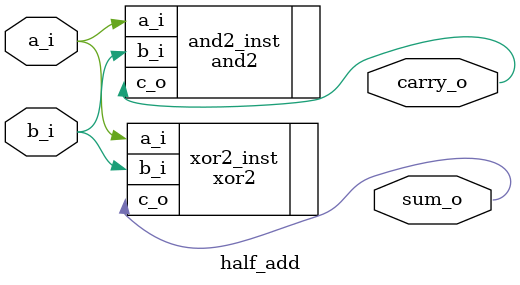
<source format=sv>
module half_add
  (input [0:0] a_i
  ,input [0:0] b_i
  ,output [0:0] carry_o
  ,output [0:0] sum_o);

   // Your code here:
  and2
    #()
    and2_inst
     (.a_i(a_i)
    , .b_i(b_i)
    , .c_o(carry_o)
    );
  
  xor2
    #()
    xor2_inst
     (.a_i(a_i)
    , .b_i(b_i)
    , .c_o(sum_o)
    );

endmodule

</source>
